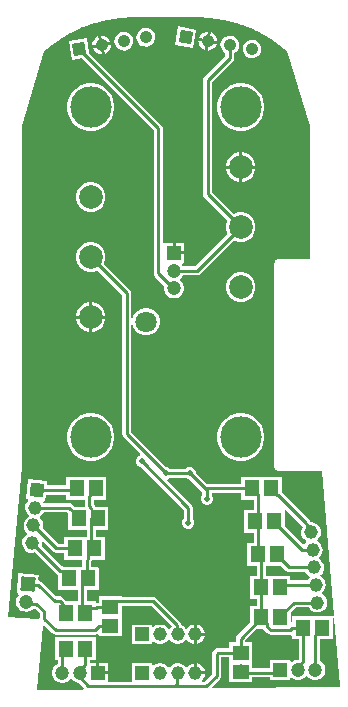
<source format=gbr>
%FSTAX23Y23*%
%MOMM*%
%SFA1B1*%

%IPPOS*%
%AMD18*
4,1,4,-0.617220,-0.431800,0.431800,-0.617220,0.617220,0.431800,-0.431800,0.617220,-0.617220,-0.431800,0.0*
%
%AMD25*
4,1,4,-0.650240,-0.546100,0.546100,-0.650240,0.650240,0.546100,-0.546100,0.650240,-0.650240,-0.546100,0.0*
%
%AMD26*
4,1,4,-0.622300,-0.520700,0.520700,-0.622300,0.622300,0.520700,-0.520700,0.622300,-0.622300,-0.520700,0.0*
%
%AMD28*
4,1,4,-0.431800,-0.617220,0.617220,-0.431800,0.431800,0.617220,-0.617220,0.431800,-0.431800,-0.617220,0.0*
%
%ADD10C,0.253999*%
%ADD15R,1.304637X1.456197*%
%ADD17C,1.069998*%
G04~CAMADD=18~10~0.0~421.3~0.0~0.0~0.0~0.0~0~0.0~0.0~0.0~0.0~0~0.0~0.0~0.0~0.0~0~0.0~0.0~0.0~170.0~421.3~0.0*
%ADD18D18*%
%ADD19R,1.199998X1.199998*%
%ADD20C,1.199998*%
%ADD21C,1.149998*%
%ADD22C,1.999996*%
%ADD23R,1.149998X1.149998*%
%ADD24R,1.199998X1.199998*%
G04~CAMADD=25~10~0.0~472.4~0.0~0.0~0.0~0.0~0~0.0~0.0~0.0~0.0~0~0.0~0.0~0.0~0.0~0~0.0~0.0~0.0~175.0~472.4~0.0*
%ADD25D25*%
G04~CAMADD=26~10~0.0~452.8~0.0~0.0~0.0~0.0~0~0.0~0.0~0.0~0.0~0~0.0~0.0~0.0~0.0~0~0.0~0.0~0.0~175.0~452.8~0.0*
%ADD26D26*%
%ADD27C,1.799996*%
G04~CAMADD=28~10~0.0~421.3~0.0~0.0~0.0~0.0~0~0.0~0.0~0.0~0.0~0~0.0~0.0~0.0~0.0~0~0.0~0.0~0.0~190.0~421.3~0.0*
%ADD28D28*%
%ADD29C,3.499993*%
%ADD30C,0.499999*%
%ADD31R,1.456197X1.304637*%
%LNflightstick_trigger_rightv2_copper_signal_bot-1*%
%LPD*%
G36*
X-0686Y07664D02*
X-06845D01*
X-06845*
X-06825*
X-06825*
X-06825*
X-0681*
X-06795Y07664*
X-06795*
X-06775*
X-06699Y07664*
X-06684Y07664*
X-06684Y07664*
X-06684Y07664*
X-06669*
X-06562Y07664*
X-06562*
X-06527*
X-06527*
X-06527*
X-06466Y07663*
X-06466*
X-06466*
X-0642*
X-0642*
X-0642*
X-0639Y07663*
X-0639Y07663*
X-0639Y07663*
X-06331*
X-0633Y07663*
X-0633Y07663*
X-06292Y07663*
X-06292*
X-06292*
X-06254*
X-06254*
X-06178Y07663*
X-06178*
X-06159Y07664*
X-0614*
X-0614*
X-06039Y07664*
X-05938Y07664*
X-05919*
X-05881*
X-05824*
X-05805*
X-05805*
X-05805*
X-05786*
X-05749Y07664*
X-0573*
X-05711Y07664*
X-05692*
X-05673Y07664*
X-05641Y07664*
X-05604Y07663*
X-05585Y07663*
X-05566Y07663*
X-05528Y07663*
X-05509Y07663*
X-0549Y07663*
X-05459Y07663*
X-05459*
X-05434Y07663*
X-05408Y07663*
X-05383Y07663*
X-05346Y07663*
X-05308Y07663*
X-05283Y07662*
X-05283*
X-05258Y07662*
X-05233Y07662*
X-05195Y07662*
X-05195*
X-0517Y07662*
X-05132Y07662*
X-05107Y07661*
X-05082Y07661*
X-05082*
X-05044Y07661*
X-05019Y07661*
Y07661*
X-04994Y0766*
X-04956Y0766*
X-04932Y0766*
X-04906Y07659*
X-04881Y07659*
X-04856Y07659*
X-04832Y07659*
X-04831*
X-04813Y07658*
X-04794Y07658*
X-04775Y07658*
X-04775*
X-04756Y07658*
X-04756*
X-04738Y07657*
X-04719Y07657*
X-047Y07657*
X-04681Y07656*
X-04663Y07656*
X-04644Y07656*
X-04625Y07655*
X-04607Y07655*
X-04588Y07655*
X-04569Y07654*
X-0455Y07654*
X-04532Y07654*
X-04513Y07653*
X-04494Y07653*
X-04476Y07652*
X-04457Y07652*
X-04438Y07652*
X-04419Y07651*
X-04401Y07651*
X-04382Y0765*
X-04363Y0765*
X-04345Y07649*
X-04326Y07649*
X-04307Y07648*
X-04288Y07648*
X-0427Y07647*
X-04251Y07647*
X-04233Y07646*
X-04214Y07646*
X-04189Y07645*
X-04164Y07644*
X-04139Y07644*
X-04115Y07643*
X-0409Y07642*
X-04065Y07641*
X-0404Y0764*
X-04015Y07639*
X-0399Y07638*
X-03965Y07638*
X-03965*
X-0394Y07637*
X-03916Y07636*
X-03891Y07635*
X-03866Y07634*
X-03841Y07633*
Y07633*
X-03816Y07631*
X-03792Y0763*
X-03767Y07629*
X-03742Y07628*
X-03717Y07627*
X-03692Y07626*
X-03668Y07625*
X-03643Y07623*
X-03618Y07622*
X-03593Y07621*
X-03562Y07619*
X-03532Y07617*
X-035Y07616*
X-0347Y07614*
X-03439Y07612*
X-03408Y0761*
X-03377Y07608*
X-03346Y07606*
X-03316Y07604*
X-03285Y07602*
X-03253Y076*
X-03253*
X-03223Y07598*
X-03192Y07596*
X-03161Y07594*
X-0313Y07591*
X-031Y07589*
X-03069Y07587*
X-03038Y07584*
X-03001Y07581*
X-02964Y07578*
X-02927Y07575*
X-0289Y07572*
X-02853Y07569*
X-02816Y07565*
X-02779Y07562*
X-02743Y07559*
X-02706Y07555*
X-02669Y07551*
X-02632Y07548*
X-02595Y07544*
X-02559Y0754*
X-02516Y07535*
X-02472Y0753*
X-0243Y07526*
X-02387Y07521*
X-02344Y07516*
X-02301Y0751*
X-02258Y07505*
X-02216Y07499*
X-02173Y07494*
X-02129Y07488*
X-02081Y07481*
X-02032Y07475*
X-01983Y07468*
X-01934Y0746*
X-01885Y07453*
X-01837Y07445*
X-01788Y07438*
X-01733Y07429*
X-01678Y0742*
X-01623Y0741*
X-01568Y07401*
X-01514Y07391*
X-01453Y0738*
X-01392Y07368*
X-01331Y07356*
X-0127Y07344*
X-01204Y0733*
X-01137Y07316*
X-0107Y07302*
X-00997Y07286*
X-00924Y07269*
X-00845Y0725*
X-00766Y07231*
X-00682Y0721*
X-00591Y07186*
X-005Y07162*
X-00403Y07135*
X-00294Y07103*
X-00173Y07066*
X-00124Y07051*
X-00034Y07023*
X00058Y06992*
X0016Y06958*
X00273Y06918*
X00403Y06871*
X00563Y0681*
X0066Y06773*
X00854Y06692*
X01047Y06608*
X01237Y0652*
X01332Y06474*
X01332*
X01358Y06461*
X01412Y06434*
X01465Y06408*
X01518Y06381*
X01543Y06368*
X01687Y06292*
X01801Y0623*
X01899Y06175*
X01989Y06124*
X0207Y06076*
X02144Y06032*
X02213Y0599*
X02279Y0595*
X0234Y05911*
X02398Y05875*
X02455Y05838*
X02508Y05803*
X02562Y05768*
X02611Y05735*
X02661Y05702*
X02706Y05671*
X02751Y0564*
X02797Y05609*
X02842Y05577*
X02884Y05548*
X02925Y05518*
X02967Y05488*
X03008Y05459*
X03046Y05431*
X03083Y05403*
X03121Y05375*
X03158Y05348*
X03196Y05319*
X03234Y05291*
X03267Y05266*
X03301Y0524*
X03335Y05213*
X03369Y05187*
X03403Y05161*
X03436Y05135*
X0347Y05108*
X03504Y05081*
X03534Y05058*
X03564Y05033*
X03594Y05009*
X03624Y04985*
X03654Y04961*
X03684Y04936*
X03714Y04911*
X03744Y04886*
X03774Y04861*
X03808Y04833*
X03828Y04817*
X03864Y04786*
X039Y04755*
X03937Y04724*
X03943Y04719*
X05844Y-01584*
Y-12889*
X0315*
X03032Y-12912*
X02933Y-12978*
X02867Y-13077*
X02844Y-13194*
Y-30479*
X02867Y-30597*
X02933Y-30696*
X03032Y-30762*
X0315Y-30785*
X06869*
X0792Y-43052*
X07796Y-43086*
X04383*
Y-43548*
X04379Y-43551*
X04252Y-4347*
Y-42747*
X04663Y-42336*
X05748*
X05871Y-42512*
X06038Y-42653*
X06236Y-42745*
X06451Y-42783*
X06669Y-42764*
X06874Y-42689*
X07053Y-42564*
X07193Y-42397*
X07285Y-42199*
X07323Y-41984*
X07304Y-41766*
X07229Y-41561*
X07104Y-41382*
X06937Y-41242*
X06895Y-41223*
X06884Y-41096*
X06922Y-4107*
X07062Y-40902*
X07154Y-40704*
X07192Y-4049*
X07173Y-40272*
X07099Y-40067*
X06973Y-39888*
X06806Y-39748*
X06764Y-39728*
X06753Y-39602*
X06791Y-39575*
X06931Y-39408*
X07024Y-3921*
X07062Y-38995*
X07043Y-38778*
X06968Y-38573*
X06843Y-38394*
X06675Y-38254*
X06634Y-38234*
X06622Y-38108*
X0666Y-38081*
X06801Y-37914*
X06893Y-37716*
X06931Y-37501*
X06912Y-37283*
X06837Y-37078*
X06712Y-369*
X06545Y-36759*
X06503Y-3674*
X06492Y-36613*
X0653Y-36587*
X0667Y-36419*
X06762Y-36222*
X068Y-36007*
X06781Y-35789*
X06706Y-35584*
X06581Y-35405*
X06414Y-35265*
X06216Y-35173*
X06001Y-35135*
X05928Y-35141*
X05875Y-35088*
X05863Y-3503*
X05779Y-34904*
X0349Y-32614*
Y-31275*
X00065*
Y-31869*
X-02887*
X-03813Y-30942*
Y-30887*
X-0389Y-30702*
X-04032Y-3056*
X-04217Y-30483*
X-04418*
X-04603Y-3056*
X-04642Y-30599*
X-06025*
X-06064Y-3056*
X-06249Y-30483*
X-06286*
X-09249Y-27521*
Y-18452*
X-09122Y-18435*
X-09076Y-18606*
X-08924Y-18869*
X-08709Y-19084*
X-08446Y-19236*
X-08152Y-19314*
X-07849*
X-07555Y-19236*
X-07292Y-19084*
X-07077Y-18869*
X-06925Y-18606*
X-06846Y-18312*
Y-18009*
X-06925Y-17715*
X-07077Y-17452*
X-07292Y-17237*
X-07555Y-17085*
X-07849Y-17006*
X-08152*
X-08446Y-17085*
X-08709Y-17237*
X-08924Y-17452*
X-09076Y-17715*
X-09122Y-17886*
X-09249Y-17869*
Y-15762*
X-09278Y-15613*
X-09362Y-15487*
X-1158Y-13269*
X-11531Y-13183*
X-11445Y-12865*
Y-12534*
X-11531Y-12215*
X-11696Y-1193*
X-1193Y-11696*
X-12215Y-11531*
X-12534Y-11445*
X-12865*
X-13183Y-11531*
X-13469Y-11696*
X-13703Y-1193*
X-13868Y-12215*
X-13953Y-12534*
Y-12865*
X-13868Y-13183*
X-13703Y-13469*
X-13469Y-13703*
X-13183Y-13868*
X-12865Y-13953*
X-12534*
X-12215Y-13868*
X-1213Y-13819*
X-10026Y-15923*
Y-27682*
X-09996Y-27831*
X-09912Y-27957*
X-08518Y-2935*
X-08552Y-29496*
X-08667Y-29544*
X-08809Y-29686*
X-08885Y-29871*
Y-30072*
X-08809Y-30257*
X-08667Y-30399*
X-08482Y-30475*
X-08427*
X-04833Y-34069*
Y-34854*
X-04872Y-34893*
X-04948Y-35078*
Y-35279*
X-04872Y-35464*
X-0473Y-35606*
X-04545Y-35682*
X-04344*
X-04159Y-35606*
X-04017Y-35464*
X-0394Y-35279*
Y-35078*
X-04017Y-34893*
X-04056Y-34854*
Y-33909*
X-04086Y-3376*
X-0417Y-33634*
X-06196Y-31607*
X-06167Y-31457*
X-06064Y-31415*
X-06025Y-31376*
X-04642*
X-04603Y-31415*
X-04418Y-31491*
X-04363*
X-03238Y-32616*
Y-3283*
X-03277Y-32869*
X-03353Y-33054*
Y-33255*
X-03277Y-3344*
X-03135Y-33582*
X-0295Y-33658*
X-02749*
X-02564Y-33582*
X-02422Y-3344*
X-02345Y-33255*
Y-33054*
X-02422Y-32869*
X-02461Y-3283*
Y-32646*
X00065*
Y-3324*
X01109*
Y-34069*
X00319*
Y-36034*
X01109*
Y-36863*
X00573*
Y-38828*
X01345*
Y-39657*
X00784*
Y-41622*
X01345*
Y-42197*
X00827*
Y-43612*
X-00274Y-44715*
X-00358Y-44841*
X-00388Y-44989*
Y-45277*
X-00982*
Y-45795*
X-01883*
X-02031Y-45825*
X-02157Y-45909*
X-02306Y-46058*
X-0239Y-46184*
X-0242Y-46333*
Y-47972*
X-03081Y-48633*
X-03238*
X-03289Y-48506*
X-0317Y-48388*
X-03061Y-48198*
X-03009Y-48006*
X-03833*
Y-47879*
X-0396*
Y-47054*
X-04153Y-47106*
X-04343Y-47215*
X-04497Y-47369*
X-0452Y-4741*
X-04647*
X-0467Y-47369*
X-04824Y-47215*
X-05014Y-47106*
X-05224Y-47049*
X-05443*
X-05653Y-47106*
X-05843Y-47215*
X-05997Y-47369*
X-0602Y-4741*
X-06147*
X-0617Y-47369*
X-06324Y-47215*
X-06514Y-47106*
X-06724Y-47049*
X-06943*
X-07153Y-47106*
X-07343Y-47215*
X-07377Y-4725*
X-07504Y-47198*
Y-47049*
X-09162*
Y-48633*
X-11234*
Y-48006*
X-12088*
Y-47879*
X-12215*
Y-47024*
X-12775*
Y-46829*
X-12257*
Y-44864*
X-15682*
Y-46829*
X-15477*
Y-47117*
X-15613Y-47195*
X-15772Y-47354*
X-15884Y-47549*
X-15942Y-47766*
Y-47991*
X-15884Y-48208*
X-15772Y-48403*
X-15613Y-48562*
X-15418Y-48674*
X-15201Y-48732*
X-14976*
X-14759Y-48674*
X-14564Y-48562*
X-14414Y-48411*
X-14378Y-48397*
X-14299*
X-14263Y-48411*
X-14113Y-48562*
X-13918Y-48674*
X-13746Y-4872*
X-13271Y-49196*
X-13323Y-49323*
X-17122Y-49361*
X-17208Y-49268*
X-16731Y-43924*
X-16611Y-43881*
X-15953Y-44539*
X-15827Y-44623*
X-15678Y-44653*
X-12333*
X-12185Y-44623*
X-12158Y-44605*
X-12031Y-44673*
Y-44808*
X-10066*
Y-43197*
Y-4221*
X-07614*
X-05854Y-4397*
X-05855Y-43971*
X-06009Y-44125*
X-06032Y-44166*
X-06159*
X-06182Y-44125*
X-06336Y-43971*
X-06525Y-43862*
X-06736Y-43805*
X-06955*
X-07165Y-43862*
X-07355Y-43971*
X-07389Y-44006*
X-07516Y-43953*
Y-43805*
X-09174*
Y-45463*
X-07516*
Y-45315*
X-07389Y-45263*
X-07355Y-45298*
X-07165Y-45407*
X-06955Y-45463*
X-06736*
X-06525Y-45407*
X-06336Y-45298*
X-06182Y-45144*
X-06159Y-45103*
X-06032*
X-06009Y-45144*
X-05855Y-45298*
X-05665Y-45407*
X-05455Y-45463*
X-05236*
X-05025Y-45407*
X-04836Y-45298*
X-04682Y-45144*
X-04659Y-45103*
X-04532*
X-04509Y-45144*
X-04355Y-45298*
X-04165Y-45407*
X-03972Y-45459*
Y-44634*
Y-4381*
X-04165Y-43862*
X-04355Y-43971*
X-04509Y-44125*
X-04532Y-44166*
X-04659*
X-04682Y-44125*
X-04836Y-43971*
X-05025Y-43862*
X-05027Y-43862*
Y-4386*
X-05056Y-43711*
X-0514Y-43585*
X-07178Y-41547*
X-07304Y-41463*
X-07453Y-41433*
X-10066*
Y-41384*
X-12031*
Y-41959*
X-12172*
X-12257Y-41889*
Y-41816*
X-13029*
Y-4086*
X-12003*
Y-38895*
X-12645*
Y-38488*
X-12568Y-38373*
X-12557Y-3832*
X-11495*
Y-36355*
X-12267*
Y-3578*
X-11198*
Y-33815*
X-12313*
X-12323Y-33763*
X-12407Y-33637*
X-12438Y-33606*
Y-3324*
X-11368*
Y-31275*
X-14793*
Y-32032*
X-16321*
X-16407Y-31938*
X-16383Y-31666*
X-18035Y-31522*
X-18179Y-33174*
X-18032Y-33187*
X-17991Y-33318*
X-18029Y-33349*
X-18154Y-33528*
X-18228Y-33733*
X-18247Y-33951*
X-1821Y-34166*
X-18117Y-34364*
X-17977Y-34531*
X-17939Y-34557*
X-1795Y-34684*
X-17992Y-34703*
X-18159Y-34844*
X-18284Y-35023*
X-18359Y-35228*
X-18378Y-35445*
X-1834Y-3566*
X-18248Y-35858*
X-18108Y-36025*
X-1807Y-36052*
X-18081Y-36178*
X-18123Y-36198*
X-1829Y-36338*
X-18415Y-36517*
X-1849Y-36722*
X-18509Y-36939*
X-18471Y-37154*
X-18379Y-37352*
X-18238Y-37519*
X-1806Y-37645*
X-17855Y-37719*
X-17637Y-37738*
X-17425Y-37701*
X-15575Y-39551*
X-15449Y-39635*
X-15428Y-39639*
Y-4086*
X-13806*
Y-41816*
X-14752*
X-14755Y-41813*
X-15026Y-41542*
X-15152Y-41457*
X-15301Y-41428*
X-15601*
X-16864Y-40165*
X-1699Y-40081*
X-17139Y-40051*
X-1715Y-40039*
X-1711Y-39585*
X-18812Y-39436*
X-18961Y-41137*
X-18835Y-41148*
X-18815Y-4121*
X-18805Y-41279*
X-1893Y-41458*
X-19007Y-41669*
X-19027Y-41893*
X-18988Y-42114*
X-18893Y-42318*
X-18748Y-4249*
X-18564Y-42619*
X-18353Y-42696*
X-18129Y-42716*
X-17907Y-42677*
X-17703Y-42582*
X-17531Y-42437*
X-17411Y-42463*
X-17025Y-42849*
Y-4326*
X-17122Y-43378*
X-19674Y-43151*
X-18545Y-30507*
X-18546Y-30493*
X-18544Y-3048*
Y-01584*
X-16643Y04718*
X-1661Y04746*
X-16569Y04781*
X-16528Y04815*
X-16487Y0485*
X-16448Y04883*
X-16408Y04915*
X-16368Y04948*
X-16329Y0498*
X-16289Y05012*
X-16249Y05044*
X-16209Y05076*
X-1617Y05107*
X-16131Y05138*
X-16093Y05168*
X-16055Y05197*
X-16017Y05227*
X-15978Y05257*
X-15939Y05286*
X-15901Y05315*
X-15862Y05344*
X-15823Y05373*
X-15785Y05402*
X-15747Y05429*
X-15711Y05456*
X-15673Y05483*
X-15636Y0551*
X-15598Y05537*
X-15562Y05563*
X-15524Y05589*
X-15487Y05616*
X-15449Y05642*
X-15411Y05668*
X-15374Y05693*
X-15336Y05718*
X-153Y05742*
X-15265Y05766*
X-15229Y0579*
X-15192Y05814*
X-15156Y05837*
X-1512Y05861*
X-15085Y05883*
X-15048Y05906*
X-15012Y05929*
X-14976Y05952*
X-1494Y05974*
X-14903Y05996*
X-14865Y0602*
X-14844Y06032*
X-1472Y06106*
X-14582Y06185*
X-14425Y06271*
X-14402Y06284*
X-14353Y0631*
X-14305Y06336*
X-14256Y06361*
X-14232Y06374*
X-14231*
X-14231Y06374*
X-14118Y06432*
X-13887Y06544*
X-13654Y0665*
X-13418Y0675*
X-13265Y0681*
X-13196Y06837*
X-13128Y06863*
X-13059Y06888*
X-13024Y06901*
X-13024*
X-13024*
X-13002Y06909*
X-12956Y06925*
X-12911Y06941*
X-12866Y06957*
X-12844Y06964*
X-12697Y07013*
X-12573Y07053*
X-12463Y07086*
X-1236Y07117*
X-12268Y07143*
X-12179Y07167*
X-12098Y07189*
X-1202Y07209*
X-11946Y07228*
X-11875Y07246*
X-11808Y07262*
X-11745Y07276*
X-11681Y07291*
X-11621Y07304*
X-11565Y07316*
X-11509Y07328*
X-11456Y07339*
X-11402Y0735*
X-1135Y0736*
X-11297Y07371*
X-11229Y07384*
X-11171Y07394*
X-11117Y07404*
X-11064Y07413*
X-11011Y07422*
X-10958Y07431*
X-10904Y0744*
X-10856Y07448*
X-10807Y07455*
X-10759Y07462*
X-1071Y0747*
X-10661Y07477*
X-10617Y07483*
X-10574Y07489*
X-1053Y07495*
X-10486Y075*
X-10442Y07506*
X-10398Y07512*
X-10354Y07517*
X-10316Y07522*
X-10276Y07526*
X-10238Y07531*
X-10198Y07535*
X-10159Y07539*
X-1012Y07543*
X-10081Y07547*
X-10042Y07551*
X-10003Y07555*
X-09968Y07559*
X-09934Y07562*
X-099Y07565*
X-09865Y07568*
X-09831Y07571*
X-09797Y07574*
X-09763Y07577*
X-09729Y0758*
X-09694Y07583*
X-0966Y07586*
X-09625Y07588*
X-09591Y07591*
X-09562Y07593*
X-09532Y07595*
X-09503Y07598*
X-09473Y076*
X-09444Y07602*
X-09415Y07604*
X-09385Y07606*
X-09355Y07607*
X-09326Y07609*
X-09296Y07611*
X-09267Y07613*
X-09237Y07615*
X-09207Y07616*
X-09178Y07618*
X-09148Y0762*
X-09124Y07621*
X-09099Y07622*
X-09075Y07623*
X-0905Y07625*
X-09025Y07626*
X-09001Y07627*
X-09001*
X-08976Y07628*
X-08976*
X-08951Y07629*
X-08927Y0763*
X-08902Y07632*
X-08902*
X-08877Y07633*
X-08852Y07634*
X-08852*
X-08828Y07635*
X-08803Y07636*
X-08778Y07637*
X-08754Y07638*
X-08729Y07639*
X-08704Y07639*
X-08679Y0764*
X-08654Y07641*
X-08635Y07642*
X-08615Y07643*
X-08615*
X-08595Y07643*
X-08575Y07644*
X-08555Y07644*
X-08555*
X-08536Y07645*
X-08516Y07646*
Y07646*
X-08496Y07646*
X-08476Y07647*
X-08456Y07647*
X-08436Y07648*
X-08416Y07649*
X-08397Y07649*
X-08377Y0765*
X-08357Y0765*
X-08337Y07651*
X-08337*
X-08317Y07651*
X-08297Y07651*
X-08277Y07652*
X-08257Y07652*
X-08238Y07653*
X-08218Y07653*
X-08198Y07654*
X-08178Y07654*
X-08158Y07654*
X-08143Y07655*
X-08128Y07655*
X-08113Y07655*
X-08098Y07656*
X-08083Y07656*
X-08068Y07656*
X-08054Y07656*
X-08039Y07657*
X-08024Y07657*
X-08009Y07657*
X-07994Y07657*
X-07979Y07657*
X-07964Y07658*
X-07949Y07658*
X-07934Y07658*
X-07919Y07658*
X-07904Y07659*
X-07889Y07659*
X-07889*
X-07874Y07659*
X-07874*
X-07859Y07659*
X-07844Y07659*
X-07829Y07659*
X-07814Y0766*
X-07799Y0766*
X-07784Y0766*
X-07769Y0766*
X-07769*
X-07754Y0766*
X-07739Y0766*
X-07724Y07661*
X-07709Y07661*
X-07694Y07661*
X-07679Y07661*
X-07679*
X-07664Y07661*
X-07649Y07661*
X-07629Y07661*
X-07609Y07662*
X-07609*
X-07589Y07662*
X-07569Y07662*
X-07539Y07662*
X-07509Y07662*
X-07489Y07662*
X-07469Y07662*
X-07449Y07663*
X-07449*
X-07429Y07663*
X-07409Y07663*
X-07389Y07663*
X-07358Y07663*
X-07338Y07663*
X-07318Y07663*
X-07298Y07663*
X-07278Y07663*
X-07248Y07663*
X-07228Y07663*
X-07188Y07663*
X-07137Y07664*
X-07107Y07664*
X-07057Y07664*
X-07027Y07664*
X-06971Y07664*
X-06941*
X-06881*
X-0686*
G37*
G36*
X-14793Y-3324D02*
X-13215D01*
Y-33767*
X-13254Y-33815*
X-14072*
X-14248Y-3364*
X-14374Y-33555*
X-14523Y-33526*
X-16674*
X-16694Y-33492*
X-16707Y-33465*
X-16721Y-33448*
X-16736Y-33423*
X-16675Y-33305*
X-16528Y-33318*
X-16483Y-32809*
X-14793*
Y-3324*
G37*
G36*
X-14622Y-34365D02*
Y-3578D01*
X-13044*
Y-36355*
X-1492*
Y-36949*
X-15453*
X-16749Y-35653*
X-16726Y-3559*
X-16707Y-35372*
X-16745Y-35157*
X-16838Y-34959*
X-16978Y-34792*
X-17016Y-34766*
X-17005Y-34639*
X-16963Y-3462*
X-16796Y-34479*
X-16672Y-34303*
X-14684*
X-14622Y-34365*
G37*
G36*
X05134Y-35357D02*
X05145Y-35416D01*
X05229Y-35542*
X05243Y-35556*
X05167Y-35719*
X05129Y-35934*
X05148Y-36151*
X05223Y-36356*
X05348Y-36535*
X05515Y-36675*
X05557Y-36695*
X05569Y-36821*
X05531Y-36848*
X05419Y-3698*
X05299Y-37004*
X05258Y-36999*
X03744Y-35484*
Y-34147*
X03871Y-34094*
X05134Y-35357*
G37*
G36*
X-15889Y-37612D02*
X-15763Y-37696D01*
X-15614Y-37726*
X-1492*
Y-3832*
X-13431*
X-13422Y-38331*
Y-38895*
X-15009*
X-15047Y-38888*
X-15139*
X-1688Y-37147*
X-16857Y-37084*
X-16838Y-36866*
X-16843Y-36837*
X-16725Y-36776*
X-15889Y-37612*
G37*
G36*
X03854Y-39233D02*
X0398Y-39318D01*
X04129Y-39347*
X05486*
X0561Y-39524*
X05777Y-39664*
X05819Y-39684*
X0583Y-3981*
X05792Y-39837*
X05652Y-40004*
X05623Y-40065*
X04208*
Y-39657*
X02122*
Y-38828*
X03448*
X03854Y-39233*
G37*
G36*
X01984Y-44287D02*
X0226Y-44563D01*
X02386Y-44647*
X02535Y-44677*
X04155*
X04256Y-44657*
X04383Y-44736*
Y-45051*
X04901*
Y-46743*
X04874Y-4677*
X04713*
X04496Y-46829*
X04306Y-46938*
X04239Y-46922*
X04179Y-46897*
Y-4677*
X02471*
Y-4749*
X00982*
Y-4709*
Y-45277*
X00388*
Y-4515*
X01377Y-44162*
X019*
X01984Y-44287*
G37*
G36*
X08432Y-49014D02*
X08346Y-49108D01*
X-02398Y-49215*
X-02447Y-49098*
X-01757Y-48407*
X-01673Y-48281*
X-01643Y-48133*
Y-46572*
X-00982*
Y-4709*
Y-48702*
X00982*
Y-48267*
X02471*
Y-48478*
X04179*
Y-48352*
X04239Y-48327*
X04306Y-48311*
X04496Y-4842*
X04713Y-48478*
X04938*
X05155Y-4842*
X0535Y-48308*
X055Y-48157*
X05536Y-48143*
X05615*
X05651Y-48157*
X05801Y-48308*
X05996Y-4842*
X06213Y-48478*
X06438*
X06655Y-4842*
X0685Y-48308*
X07009Y-48149*
X07121Y-47954*
X07179Y-47737*
Y-47512*
X07121Y-47295*
X07009Y-471*
X0685Y-46941*
X06714Y-46863*
Y-45051*
X07808*
Y-43223*
X07935Y-43218*
X08432Y-49014*
G37*
%LNflightstick_trigger_rightv2_copper_signal_bot-2*%
%LPC*%
G36*
X-02783Y0638D02*
X-02966Y06364D01*
X-03161Y06293*
X-03331Y06174*
X-03465Y06015*
X-03542Y05848*
X-02896Y05735*
X-02783Y0638*
G37*
G36*
X-02532Y06336D02*
X-02646Y0569D01*
X-02001Y05577*
X-02017Y0576*
X-02088Y05955*
X-02207Y06125*
X-02366Y06259*
X-02532Y06336*
G37*
G36*
X-11792Y0605D02*
X-11679Y05404D01*
X-11033Y05518*
X-1111Y05684*
X-11244Y05843*
X-11414Y05963*
X-11609Y06034*
X-11792Y0605*
G37*
G36*
X-12043Y06006D02*
X-12209Y05928D01*
X-12368Y05794*
X-12487Y05624*
X-12558Y05429*
X-12575Y05246*
X-11929Y0536*
X-12043Y06006*
G37*
G36*
X-08064Y06713D02*
X-08269Y06677D01*
X-08457Y06589*
X-08616Y06456*
X-08735Y06286*
X-08806Y06091*
X-08824Y05884*
X-08788Y05679*
X-08701Y05491*
X-08567Y05332*
X-08397Y05212*
X-08202Y05141*
X-07995Y05123*
X-0779Y05159*
X-07602Y05247*
X-07443Y05381*
X-07324Y05551*
X-07252Y05746*
X-07234Y05953*
X-0727Y06158*
X-07358Y06346*
X-07492Y06505*
X-07662Y06624*
X-07857Y06695*
X-08064Y06713*
G37*
G36*
X-0531Y06832D02*
X-05584Y05278D01*
X-0403Y05004*
X-03756Y06558*
X-0531Y06832*
G37*
G36*
X-03586Y05598D02*
X-0357Y05415D01*
X-03499Y0522*
X-0338Y0505*
X-03221Y04916*
X-03054Y04839*
X-02941Y05484*
X-03586Y05598*
G37*
G36*
X-0269Y0544D02*
X-02804Y04795D01*
X-02621Y04811*
X-02426Y04882*
X-02256Y05001*
X-02122Y0516*
X-02045Y05326*
X-0269Y0544*
G37*
G36*
X-0994Y06383D02*
X-10145Y06346D01*
X-10333Y06259*
X-10492Y06125*
X-10611Y05955*
X-10682Y0576*
X-10701Y05553*
X-10664Y05348*
X-10577Y0516*
X-10443Y05001*
X-10273Y04882*
X-10078Y04811*
X-09871Y04792*
X-09666Y04829*
X-09478Y04916*
X-09319Y0505*
X-092Y0522*
X-09129Y05415*
X-0911Y05622*
X-09147Y05827*
X-09234Y06015*
X-09368Y06174*
X-09538Y06293*
X-09733Y06364*
X-0994Y06383*
G37*
G36*
X-10989Y05268D02*
X-11634Y05154D01*
X-11521Y04508*
X-11354Y04585*
X-11195Y04719*
X-11076Y04889*
X-11005Y05084*
X-10989Y05268*
G37*
G36*
X-11885Y0511D02*
X-1253Y04996D01*
X-12453Y04829*
X-12319Y0467*
X-12149Y04551*
X-11954Y0448*
X-11771Y04464*
X-11885Y0511*
G37*
G36*
X00992Y05721D02*
X00785Y05703D01*
X0059Y05632*
X0042Y05513*
X00286Y05353*
X00199Y05165*
X00163Y04961*
X00181Y04754*
X00252Y04558*
X00371Y04388*
X0053Y04255*
X00718Y04167*
X00923Y04131*
X0113Y04149*
X01325Y0422*
X01495Y04339*
X01629Y04498*
X01717Y04687*
X01753Y04891*
X01735Y05098*
X01664Y05293*
X01544Y05464*
X01385Y05597*
X01197Y05685*
X00992Y05721*
G37*
G36*
X00197Y02003D02*
X-00197D01*
X-00584Y01926*
X-00949Y01775*
X-01277Y01556*
X-01556Y01277*
X-01775Y00949*
X-01926Y00584*
X-02003Y00197*
Y-00197*
X-01926Y-00584*
X-01775Y-00949*
X-01556Y-01277*
X-01277Y-01556*
X-00949Y-01775*
X-00584Y-01926*
X-00197Y-02003*
X00197*
X00584Y-01926*
X00949Y-01775*
X01277Y-01556*
X01556Y-01277*
X01775Y-00949*
X01926Y-00584*
X02003Y-00197*
Y00197*
X01926Y00584*
X01775Y00949*
X01556Y01277*
X01277Y01556*
X00949Y01775*
X00584Y01926*
X00197Y02003*
G37*
G36*
X-12502D02*
X-12897D01*
X-13284Y01926*
X-13649Y01775*
X-13977Y01556*
X-14256Y01277*
X-14475Y00949*
X-14626Y00584*
X-14703Y00197*
Y-00197*
X-14626Y-00584*
X-14475Y-00949*
X-14256Y-01277*
X-13977Y-01556*
X-13649Y-01775*
X-13284Y-01926*
X-12897Y-02003*
X-12502*
X-12115Y-01926*
X-1175Y-01775*
X-11422Y-01556*
X-11143Y-01277*
X-10924Y-00949*
X-10773Y-00584*
X-10695Y-00197*
Y00197*
X-10773Y00584*
X-10924Y00949*
X-11143Y01277*
X-11422Y01556*
X-1175Y01775*
X-12115Y01926*
X-12502Y02003*
G37*
G36*
X00165Y-03825D02*
X00127D01*
Y-04953*
X01253*
Y-04914*
X01168Y-04595*
X01003Y-0431*
X00769Y-04076*
X00483Y-03911*
X00165Y-03825*
G37*
G36*
X-00127D02*
X-00165D01*
X-00483Y-03911*
X-00769Y-04076*
X-01003Y-0431*
X-01168Y-04595*
X-01253Y-04914*
Y-04953*
X-00127*
Y-03825*
G37*
G36*
X01253Y-05207D02*
X00127D01*
Y-06333*
X00165*
X00483Y-06248*
X00769Y-06083*
X01003Y-05849*
X01168Y-05563*
X01253Y-05245*
Y-05207*
G37*
G36*
X-00127D02*
X-01253D01*
Y-05245*
X-01168Y-05563*
X-01003Y-05849*
X-00769Y-06083*
X-00483Y-06248*
X-00165Y-06333*
X-00127*
Y-05207*
G37*
G36*
X-12534Y-06365D02*
X-12865D01*
X-13183Y-06451*
X-13469Y-06616*
X-13703Y-0685*
X-13868Y-07135*
X-13953Y-07454*
Y-07785*
X-13868Y-08103*
X-13703Y-08389*
X-13469Y-08623*
X-13183Y-08788*
X-12865Y-08873*
X-12534*
X-12215Y-08788*
X-1193Y-08623*
X-11696Y-08389*
X-11531Y-08103*
X-11445Y-07785*
Y-07454*
X-11531Y-07135*
X-11696Y-0685*
X-1193Y-06616*
X-12215Y-06451*
X-12534Y-06365*
G37*
G36*
X-05518Y-11488D02*
Y-12215D01*
X-04791*
Y-11488*
X-05518*
G37*
G36*
X-00883Y06052D02*
X-0109Y06034D01*
X-01285Y05963*
X-01455Y05843*
X-01589Y05684*
X-01676Y05496*
X-01712Y05291*
X-01694Y05084*
X-01623Y04889*
X-01504Y04719*
X-01345Y04585*
X-01306Y04567*
Y04322*
X-03068Y0256*
X-03152Y02434*
X-03182Y02286*
Y-07366*
X-03152Y-07514*
X-03068Y-0764*
X-01119Y-0959*
X-01168Y-09675*
X-01253Y-09994*
Y-10325*
X-01168Y-10643*
X-01119Y-10729*
X-03843Y-13454*
X-04884*
X-04959Y-13323*
X-04942Y-13256*
X-04918Y-13196*
X-04791*
Y-12469*
X-05645*
Y-12342*
X-05772*
Y-11488*
X-06499*
X-06596Y-11415*
Y-01746*
X-06626Y-01598*
X-0671Y-01472*
X-12803Y0462*
X-13018Y0584*
X-14572Y05566*
X-14298Y04012*
X-13444Y04162*
X-07373Y-01907*
Y-14072*
X-07343Y-14221*
X-07259Y-14347*
X-06473Y-15133*
X-06499Y-1523*
Y-15455*
X-06441Y-15672*
X-06329Y-15867*
X-0617Y-16026*
X-05975Y-16138*
X-05758Y-16196*
X-05533*
X-05316Y-16138*
X-05121Y-16026*
X-04962Y-15867*
X-0485Y-15672*
X-04791Y-15455*
Y-1523*
X-0485Y-15013*
X-04962Y-14818*
X-05113Y-14668*
X-05127Y-14632*
Y-14553*
X-05113Y-14517*
X-04962Y-14367*
X-04884Y-14231*
X-03683*
X-03534Y-14201*
X-03408Y-14117*
X-00569Y-11279*
X-00483Y-11328*
X-00165Y-11413*
X00165*
X00483Y-11328*
X00769Y-11163*
X01003Y-10929*
X01168Y-10643*
X01253Y-10325*
Y-09994*
X01168Y-09675*
X01003Y-0939*
X00769Y-09156*
X00483Y-08991*
X00165Y-08905*
X-00165*
X-00483Y-08991*
X-00569Y-0904*
X-02405Y-07205*
Y02125*
X-00643Y03887*
X-00559Y04013*
X-00529Y04162*
Y04566*
X-0038Y0467*
X-00246Y04829*
X-00158Y05017*
X-00122Y05222*
X-0014Y05429*
X-00212Y05624*
X-00331Y05794*
X-0049Y05928*
X-00678Y06016*
X-00883Y06052*
G37*
G36*
X00165Y-13985D02*
X-00165D01*
X-00483Y-14071*
X-00769Y-14236*
X-01003Y-1447*
X-01168Y-14755*
X-01253Y-15074*
Y-15405*
X-01168Y-15723*
X-01003Y-16009*
X-00769Y-16243*
X-00483Y-16408*
X-00165Y-16493*
X00165*
X00483Y-16408*
X00769Y-16243*
X01003Y-16009*
X01168Y-15723*
X01253Y-15405*
Y-15074*
X01168Y-14755*
X01003Y-1447*
X00769Y-14236*
X00483Y-14071*
X00165Y-13985*
G37*
G36*
X-12534Y-16525D02*
X-12573D01*
Y-17653*
X-11445*
Y-17614*
X-11531Y-17295*
X-11696Y-1701*
X-1193Y-16776*
X-12215Y-16611*
X-12534Y-16525*
G37*
G36*
X-12827D02*
X-12865D01*
X-13183Y-16611*
X-13469Y-16776*
X-13703Y-1701*
X-13868Y-17295*
X-13953Y-17614*
Y-17653*
X-12827*
Y-16525*
G37*
G36*
X-11445Y-17907D02*
X-12573D01*
Y-19033*
X-12534*
X-12215Y-18948*
X-1193Y-18783*
X-11696Y-18549*
X-11531Y-18263*
X-11445Y-17945*
Y-17907*
G37*
G36*
X-12827D02*
X-13953D01*
Y-17945*
X-13868Y-18263*
X-13703Y-18549*
X-13469Y-18783*
X-13183Y-18948*
X-12865Y-19033*
X-12827*
Y-17907*
G37*
G36*
X00197Y-25935D02*
X-00197D01*
X-00584Y-26013*
X-00949Y-26164*
X-01277Y-26383*
X-01556Y-26662*
X-01775Y-2699*
X-01926Y-27355*
X-02003Y-27742*
Y-28137*
X-01926Y-28524*
X-01775Y-28889*
X-01556Y-29217*
X-01277Y-29496*
X-00949Y-29715*
X-00584Y-29866*
X-00197Y-29943*
X00197*
X00584Y-29866*
X00949Y-29715*
X01277Y-29496*
X01556Y-29217*
X01775Y-28889*
X01926Y-28524*
X02003Y-28137*
Y-27742*
X01926Y-27355*
X01775Y-2699*
X01556Y-26662*
X01277Y-26383*
X00949Y-26164*
X00584Y-26013*
X00197Y-25935*
G37*
G36*
X-12502D02*
X-12897D01*
X-13284Y-26013*
X-13649Y-26164*
X-13977Y-26383*
X-14256Y-26662*
X-14475Y-2699*
X-14626Y-27355*
X-14703Y-27742*
Y-28137*
X-14626Y-28524*
X-14475Y-28889*
X-14256Y-29217*
X-13977Y-29496*
X-13649Y-29715*
X-13284Y-29866*
X-12897Y-29943*
X-12502*
X-12115Y-29866*
X-1175Y-29715*
X-11422Y-29496*
X-11143Y-29217*
X-10924Y-28889*
X-10773Y-28524*
X-10695Y-28137*
Y-27742*
X-10773Y-27355*
X-10924Y-2699*
X-11143Y-26662*
X-11422Y-26383*
X-1175Y-26164*
X-12115Y-26013*
X-12502Y-25935*
G37*
G36*
X-03718Y-4381D02*
Y-44507D01*
X-03021*
X-03073Y-44314*
X-03182Y-44125*
X-03336Y-43971*
X-03526Y-43862*
X-03718Y-4381*
G37*
G36*
X-03021Y-44761D02*
X-03718D01*
Y-45459*
X-03526Y-45407*
X-03336Y-45298*
X-03182Y-45144*
X-03073Y-44954*
X-03021Y-44761*
G37*
G36*
X-03706Y-47054D02*
Y-47752D01*
X-03009*
X-03061Y-47559*
X-0317Y-47369*
X-03324Y-47215*
X-03514Y-47106*
X-03706Y-47054*
G37*
G36*
X-11234Y-47024D02*
X-11961D01*
Y-47752*
X-11234*
Y-47024*
G37*
%LNflightstick_trigger_rightv2_copper_signal_bot-3*%
%LPD*%
G54D10*
X-1804Y-40771D02*
X-17633D01*
X-02794Y-07366D02*
Y02286D01*
Y-07366D02*
X0Y-1016D01*
X-02794Y02286D02*
X-00917Y04162D01*
Y05257*
X-13658Y04926D02*
X-06985Y-01746D01*
X-13418Y-42418D02*
Y-39921D01*
X-1291Y-39413*
X-13033Y-3929D02*
Y-38331D01*
X-12927Y-38224*
X-13033Y-3929D02*
X-1291Y-39413D01*
X-12927Y-38224D02*
Y-37355D01*
X-12656Y-37084*
X-05588Y-49022D02*
X-02921D01*
X-12895D02*
X-05588D01*
X-054Y-47945D02*
X-05334Y-47879D01*
X-054Y-48834D02*
Y-47945D01*
X-05588Y-49022D02*
X-054Y-48834D01*
X-07453Y-41822D02*
X-05415Y-4386D01*
Y-44565D02*
X-05345Y-44634D01*
X-05415Y-44565D02*
Y-4386D01*
X-1397Y-47947D02*
X-12895Y-49022D01*
X-13164Y-47198D02*
Y-45847D01*
X-13589Y-47622D02*
X-13164Y-47198D01*
X-13589Y-47879D02*
Y-47622D01*
X-15088Y-47879D02*
Y-4616D01*
X-14775Y-45847*
X-15678Y-44264D02*
X-12333D01*
X-16637Y-43307D02*
X-15678Y-44264D01*
X-11447Y-43959D02*
X-10922Y-43434D01*
X-18166Y-41855D02*
X-17985Y-42036D01*
X-17288*
X-16637Y-42688*
X-18035Y-40361D02*
X-17957Y-4044D01*
X-17139*
X-17281Y-3242D02*
X-14049D01*
X-13886Y-32258*
X-14523Y-33914D02*
X-13716Y-34722D01*
X-17412Y-33914D02*
X-14523D01*
X-13716Y-34798D02*
Y-34722D01*
X-15614Y-37338D02*
X-14013D01*
X-17543Y-35409D02*
X-15614Y-37338D01*
X-15047Y-39276D02*
X-14521Y-39802D01*
X-153Y-39276D02*
X-15047D01*
X-14521Y-39878D02*
Y-39802D01*
X-17674Y-36903D02*
X-153Y-39276D01*
X-03048Y-32258D02*
X-02849Y-32455D01*
Y-33154D02*
Y-32455D01*
X-04445Y-35179D02*
Y-33909D01*
X-08382Y-29972D02*
X-04445Y-33909D01*
X0Y-47795D02*
X00444D01*
X00199Y-47995D02*
X00499D01*
X00099Y-47879D02*
X00499D01*
X00444Y-47795D02*
X00448Y-47799D01*
X00499Y-47995D02*
Y-47879D01*
X-00081Y-4727D02*
X00444Y-47795D01*
X0D02*
X00199Y-47995D01*
X02704Y-47879D02*
X02777Y-47806D01*
X00499Y-47879D02*
Y-47795D01*
X02777Y-47806D02*
X03144D01*
X00499Y-47795D02*
Y-47747D01*
X00444Y-47795D02*
X00499D01*
Y-47879D02*
X02704D01*
X03144Y-47806D02*
X03325Y-47625D01*
X06901Y-44144D02*
Y-44069D01*
X06325Y-47625D02*
Y-4472D01*
X06901Y-44144*
X03345Y-43104D02*
X04502Y-41947D01*
X06488*
X03345Y-4318D02*
Y-43104D01*
X03488Y-40453D02*
X06357D01*
X03302Y-4064D02*
X03488Y-40453D01*
X03091Y-37846D02*
X03345Y-37592D01*
X03091Y-37921D02*
Y-37846D01*
Y-37921D02*
X04129Y-38959D01*
X06226*
X02837Y-35052D02*
X03091Y-34798D01*
X05174Y-37465D02*
X06096D01*
X02837Y-35127D02*
Y-35052D01*
Y-35127D02*
X05174Y-37465D01*
X05504Y-35267D02*
Y-35178D01*
X03184Y-32859D02*
X05504Y-35178D01*
Y-35267D02*
X05965Y-35728D01*
Y-3597D02*
Y-35728D01*
X02583Y-32333D02*
Y-32258D01*
Y-32333D02*
X03109Y-32859D01*
X03184*
X02583Y-32258D02*
X02735Y-32106D01*
X-1397Y-47947D02*
Y-47785D01*
X-02032Y-46333D02*
X-01883Y-46184D01*
X-02921Y-49022D02*
X-02032Y-48133D01*
X-01883Y-46184D02*
X0D01*
X-02032Y-48133D02*
Y-46333D01*
X0Y-44989D02*
X01734Y-43255D01*
X0Y-46184D02*
Y-44989D01*
X01497Y-376D02*
Y-32783D01*
X01734Y-4318D02*
Y-37837D01*
Y-43255D02*
Y-4318D01*
X04376Y-44069D02*
X0529D01*
X04155Y-44289D02*
X04376Y-44069D01*
X02535Y-44289D02*
X04155D01*
X02259Y-44012D02*
X02535Y-44289D01*
X02259Y-44012D02*
Y-43705D01*
X01734Y-4318D02*
X02259Y-43705D01*
X04826Y-47625D02*
Y-47368D01*
X0529Y-46904D02*
Y-44069D01*
X04826Y-47368D02*
X0529Y-46904D01*
X-10922Y-41822D02*
X-07453D01*
X-14775Y-45847D02*
Y-45771D01*
X-05715Y-13843D02*
X-03683D01*
X0Y-1016*
X-06985Y-14072D02*
X-05715Y-15342D01*
X-06985Y-14072D02*
Y-01746D01*
X-16637Y-43307D02*
Y-42688D01*
X-17139Y-4044D02*
X-15762Y-41816D01*
X-15301*
X-15029Y-42342D02*
Y-42088D01*
X-15301Y-41816D02*
X-15029Y-42088D01*
X-12827Y-33767D02*
X-12682Y-33912D01*
X-12629Y-34272D02*
Y-34101D01*
X-12682Y-34048D02*
Y-33912D01*
X-12827Y-32885D02*
X-12275Y-32333D01*
X-12827Y-33767D02*
Y-32885D01*
X-12629Y-34272D02*
X-12104Y-34798D01*
X-12682Y-34048D02*
X-12629Y-34101D01*
X-12275Y-32333D02*
Y-32258D01*
X-12656Y-37084D02*
Y-34798D01*
X-11447Y-42347D02*
X-10922Y-41822D01*
X-12333Y-44264D02*
X-12028Y-43959D01*
X-11447*
X01497Y-376D02*
X01734Y-37837D01*
X-0635Y-30988D02*
X-04318D01*
X-0635D02*
Y-3097D01*
X-09637Y-27682D02*
Y-15762D01*
Y-27682D02*
X-0635Y-3097D01*
X00972Y-32258D02*
X01497Y-32783D01*
X-12172Y-42347D02*
X-11447D01*
X-12243Y-42418D02*
X-12172Y-42347D01*
X-13418Y-42418D02*
X-12243D01*
X-127Y-127D02*
X-09637Y-15762D01*
X-04318Y-30988D02*
X-03048Y-32258D01*
X00972*
G54D15*
X06901Y-44069D03*
X03345Y-4318D03*
X03302Y-4064D03*
X03091Y-37846D03*
X02837Y-35052D03*
X02583Y-32258D03*
X0529Y-44069D03*
X-12275Y-32258D03*
X-13886D03*
X-12104Y-34798D03*
X-13716D03*
X01226Y-35052D03*
X0148Y-37846D03*
X0169Y-4064D03*
X01734Y-4318D03*
X-13164Y-42799D03*
X-14775D03*
X-12402Y-37338D03*
X-14013D03*
X00972Y-32258D03*
X-1291Y-39878D03*
X-14521D03*
X-14775Y-45847D03*
X-13164D03*
G54D17*
X00958Y04926D03*
X-00917Y05257D03*
X-02794Y05588D03*
X-11782Y05257D03*
X-09906Y05588D03*
X-08029Y05918D03*
G54D18*
X-0467Y05918D03*
G54D19*
X03325Y-47625D03*
X-12088Y-47879D03*
G54D20*
X06325Y-47625D03*
X-15088Y-47879D03*
X-13589D03*
X04826Y-47625D03*
X-05645Y-15342D03*
Y-13843D03*
X-18166Y-41855D03*
G54D21*
X06488Y-41947D03*
X06357Y-40453D03*
X06226Y-38959D03*
X06096Y-37465D03*
X05965Y-3597D03*
X-06833Y-47879D03*
X-05334D03*
X-03833D03*
X-17674Y-36903D03*
X-17543Y-35409D03*
X-17412Y-33914D03*
X-03845Y-44634D03*
X-05345D03*
X-06845D03*
G54D22*
X0Y-1524D03*
Y-1016D03*
Y-0508D03*
X-127Y-0762D03*
Y-127D03*
Y-1778D03*
G54D23*
X-08333Y-47879D03*
X-08345Y-44634D03*
G54D24*
X-05645Y-12342D03*
G54D25*
X-18035Y-40361D03*
G54D26*
X-17281Y-3242D03*
G54D27*
X-08001Y-18161D03*
G54D28*
X-13658Y04926D03*
G54D29*
X-127Y-2794D03*
X0D03*
X-127Y0D03*
X0D03*
G54D30*
X-00127Y-36449D03*
X-11971Y-38735D03*
X-02849Y-33154D03*
X-04445Y-35179D03*
X00127Y-38481D03*
Y-33782D03*
X-1213Y-33528D03*
X-12446Y-41402D03*
X-08382Y-29972D03*
X-0635Y-30988D03*
X-04318D03*
G54D31*
X0Y-47795D03*
Y-46184D03*
X-11049Y-43902D03*
Y-42291D03*
M02*
</source>
